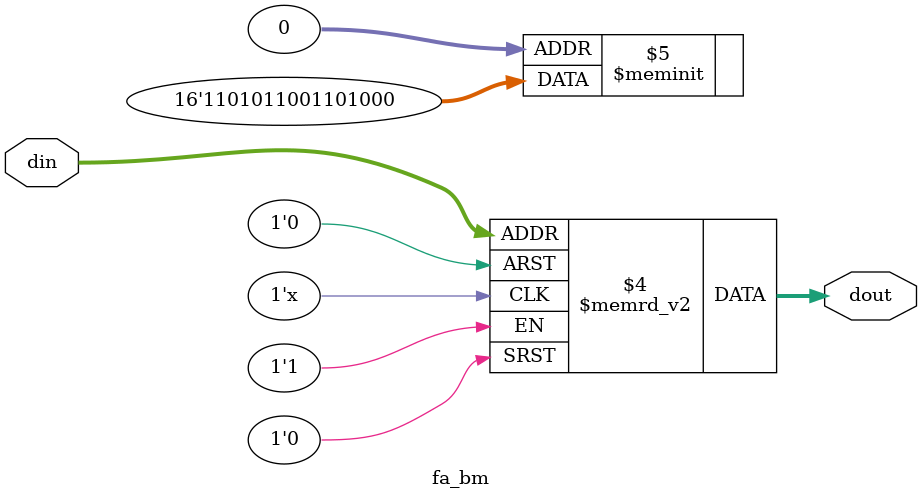
<source format=v>
module fa_bm(din,dout);

input [2:0] din;
output reg [1:0] dout;

always @(din)

begin

case (din)
3'b000:dout=2'b00;
3'b001:dout=2'b10;
3'b010:dout=2'b10;
3'b011:dout=2'b01;
3'b100:dout=2'b10;
3'b101:dout=2'b01;
3'b110:dout=2'b01;
3'b111:dout=2'b11;
endcase

end

endmodule
</source>
